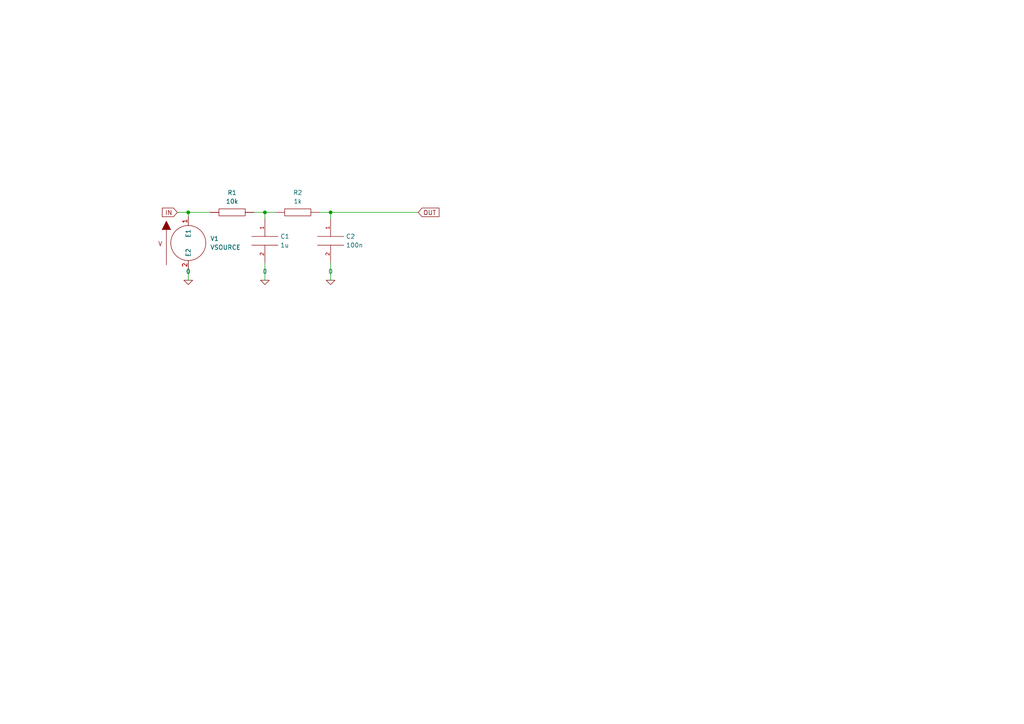
<source format=kicad_sch>
(kicad_sch (version 20211123) (generator eeschema)
  (paper "A4")
  (lib_symbols
    (symbol "pspice:0" (power) (pin_names (offset 0))
      (property "Value" "0" (at 0 -1.778 0))
      (symbol "0_0_1"
        (polyline (pts (xy -1.27 0) (xy 0 -1.27) (xy 1.27 0) (xy -1.27 0)))
      )
      (symbol "0_1_1"
        (pin power_in line (at 0 0 0) (length 0) hide (name "0") (number "1"))
      )
    )
    (symbol "pspice:CAP" (pin_names (offset 0.254))
      (property "Reference" "C" (at 2.54 3.81 90))
      (property "Value" "CAP" (at 2.54 -3.81 90))
      (symbol "CAP_0_1"
        (polyline (pts (xy -3.81 -1.27) (xy 3.81 -1.27)))
        (polyline (pts (xy -3.81 1.27) (xy 3.81 1.27)))
      )
      (symbol "CAP_1_1"
        (pin passive line (at 0 6.35 270) (length 5.08) (name "~") (number "1"))
        (pin passive line (at 0 -6.35 90) (length 5.08) (name "~") (number "2"))
      )
    )
    (symbol "pspice:R" (pin_numbers hide) (pin_names (offset 0))
      (property "Reference" "R" (at 2.032 0 90))
      (property "Value" "R" (at 0 0 90))
      (symbol "R_0_1"
        (rectangle (start -1.016 3.81) (end 1.016 -3.81))
      )
      (symbol "R_1_1"
        (pin passive line (at 0 6.35 270) (length 2.54) (name "~") (number "1"))
        (pin passive line (at 0 -6.35 90) (length 2.54) (name "~") (number "2"))
      )
    )
    (symbol "pspice:VSOURCE" (pin_names (offset 1.016))
      (property "Reference" "V" (at -6.35 7.62 0))
      (property "Value" "VSOURCE" (at 0 0 0))
      (symbol "VSOURCE_0_1"
        (polyline (pts (xy -6.35 -6.35) (xy -6.35 3.81)) (fill (type outline)))
        (polyline (pts (xy -7.62 3.81) (xy -6.35 6.35) (xy -5.08 3.81)) (fill (type outline)))
        (circle (center 0 0) (radius 5.08))
        (text "V" (at -8.128 -0.254 0) (effects (font (size 1.27 1.27))))
      )
      (symbol "VSOURCE_1_1"
        (pin input line (at 0 7.62 270) (length 2.54) (name "E1") (number "1"))
        (pin input line (at 0 -7.62 90) (length 2.54) (name "E2") (number "2"))
      )
    )
  )
  (junction (at 95.885 61.595))
  (junction (at 76.835 61.595))
  (junction (at 54.61 61.595))
  (wire (pts (xy 54.61 61.595) (xy 54.61 62.865)))
  (wire (pts (xy 54.61 61.595) (xy 60.96 61.595)))
  (wire (pts (xy 80.01 61.595) (xy 76.835 61.595)))
  (wire (pts (xy 95.885 76.2) (xy 95.885 81.28)))
  (wire (pts (xy 73.66 61.595) (xy 76.835 61.595)))
  (wire (pts (xy 76.835 76.2) (xy 76.835 81.28)))
  (wire (pts (xy 95.885 61.595) (xy 95.885 63.5)))
  (wire (pts (xy 76.835 61.595) (xy 76.835 63.5)))
  (wire (pts (xy 54.61 78.105) (xy 54.61 81.28)))
  (wire (pts (xy 95.885 61.595) (xy 121.285 61.595)))
  (wire (pts (xy 51.435 61.595) (xy 54.61 61.595)))
  (wire (pts (xy 95.885 61.595) (xy 92.71 61.595)))
  (global_label "OUT" (shape input) (at 121.285 61.595 0) (property "Intersheet References" "${INTERSHEET_REFS}" (effects hide)))
  (global_label "IN" (shape input) (at 51.435 61.595 180) (property "Intersheet References" "${INTERSHEET_REFS}" (effects hide)))
  (symbol (lib_id "pspice:VSOURCE") (at 54.61 70.485 0) (unit 1)
    (property "Reference" "V1" (at 60.96 69.2149 0) (effects (justify left)))
    (property "Value" "VSOURCE" (at 60.96 71.7549 0) (effects (justify left)))
    (property "Spice_Primitive" "V" (effects hide))
    (property "Spice_Model" "dc 0 ac 1" (effects hide))
    (property "Spice_Netlist_Enabled" "Y" (effects hide))
  )
  (symbol (lib_id "pspice:0") (at 76.835 81.28 0) (unit 1)
    (property "Reference" "#GND02" (effects hide))
    (property "Value" "0" (at 76.835 78.74 0))
  )
  (symbol (lib_id "pspice:0") (at 95.885 81.28 0) (unit 1)
    (property "Reference" "#GND03" (effects hide))
    (property "Value" "0" (at 95.885 78.74 0))
  )
  (symbol (lib_id "pspice:CAP") (at 76.835 69.85 0) (unit 1)
    (property "Reference" "C1" (at 81.28 68.5799 0) (effects (justify left)))
    (property "Value" "1u" (at 81.28 71.1199 0) (effects (justify left)))
  )
  (symbol (lib_id "pspice:R") (at 67.31 61.595 90) (unit 1)
    (property "Reference" "R1" (at 67.31 55.88 90))
    (property "Value" "10k" (at 67.31 58.42 90))
  )
  (symbol (lib_id "pspice:R") (at 86.36 61.595 90) (unit 1)
    (property "Reference" "R2" (at 86.36 55.88 90))
    (property "Value" "1k" (at 86.36 58.42 90))
  )
  (symbol (lib_id "pspice:CAP") (at 95.885 69.85 0) (unit 1)
    (property "Reference" "C2" (at 100.33 68.5799 0) (effects (justify left)))
    (property "Value" "100n" (at 100.33 71.1199 0) (effects (justify left)))
  )
  (symbol (lib_id "pspice:0") (at 54.61 81.28 0) (unit 1)
    (property "Reference" "#GND01" (effects hide))
    (property "Value" "0" (at 54.61 78.74 0))
  )
)
</source>
